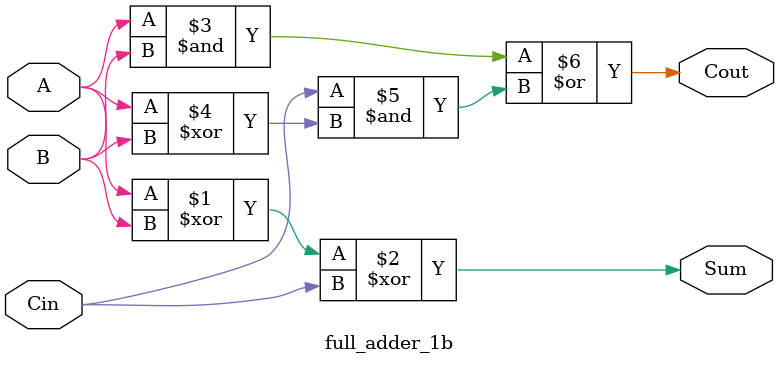
<source format=v>
module addsub_4b (Sum, Ovfl, A, B, Cin);
input [3:0] A, B; 
output [3:0] Sum; 
output Ovfl;
input Cin;

wire [3:0] Cout;



full_adder_1b FA5 (.A(A[0]), .B(B[0]), .Cin(Cin), .Cout(Cout[0]),.Sum(Sum[0])); 
full_adder_1b FA6 (.A(A[1]), .B(B[1]), .Cin(Cout[0]), .Cout(Cout[1]),.Sum(Sum[1])); 
full_adder_1b FA7 (.A(A[2]), .B(B[2]), .Cin(Cout[1]), .Cout(Cout[2]),.Sum(Sum[2])); 
full_adder_1b FA8 (.A(A[3]), .B(B[3]), .Cin(Cout[2]), .Cout(Cout[3]),.Sum(Sum[3])); 


assign Ovfl = Cout[3]^Cout[2];

endmodule

module full_adder_1b (A,B,Cin,Cout,Sum); 
input A,B,Cin;
output Cout, Sum;

assign Sum = A^B^Cin;

assign Cout = (A&B) | (Cin&(A^B));

endmodule
</source>
